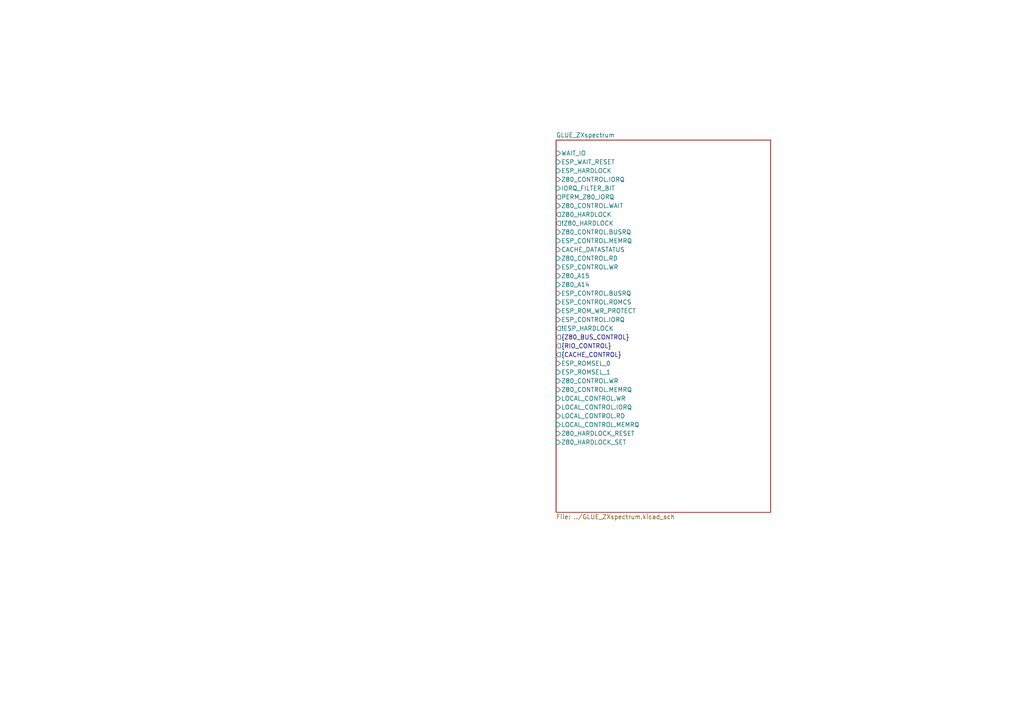
<source format=kicad_sch>
(kicad_sch (version 20230121) (generator eeschema)
  (paper "A4")
  (title_block (title "FujiNet Z80Bus reference design") (date "2023-05-13") (rev "0.1") (company "FujiNet"))
  (lib_symbols)
  (bus_alias "Z80_CONTROL" (members "Z80_CONTROL.RD" "Z80_CONTROL.WR" "Z80_CONTROL.IORQ" "Z80_CONTROL.MEMRQ" "Z80_CONTROL.BUSRQ" "Z80_CONTROL.WAIT" "Z80_CONTROL.ROMCS" "Z80_CONTROL.BUSACK" "Z80_CONTROL.NMI" "Z80_CONTROL.RESET"))
  (sheet (at 161.29 40.64) (size 62.23 107.95) (stroke (width 0.1524))
    (property "Sheetname" "GLUE_ZXspectrum" (at 161.29 39.9284 0) (effects (justify left bottom)))
    (property "Sheetfile" "../GLUE_ZXspectrum.kicad_sch" (at 161.29 149.1746 0) (effects (justify left top)))
    (pin "WAIT_IO" input (at 161.29 44.45 180))
    (pin "ESP_WAIT_RESET" input (at 161.29 46.99 180))
    (pin "ESP_HARDLOCK" input (at 161.29 49.53 180))
    (pin "Z80_CONTROL.IORQ" input (at 161.29 52.07 180))
    (pin "IORQ_FILTER_BIT" input (at 161.29 54.61 180))
    (pin "PERM_Z80_IORQ" output (at 161.29 57.15 180))
    (pin "Z80_CONTROL.WAIT" input (at 161.29 59.69 180))
    (pin "Z80_HARDLOCK" output (at 161.29 62.23 180))
    (pin "!Z80_HARDLOCK" output (at 161.29 64.77 180))
    (pin "Z80_CONTROL.BUSRQ" input (at 161.29 67.31 180))
    (pin "ESP_CONTROL.MEMRQ" input (at 161.29 69.85 180))
    (pin "CACHE_DATASTATUS" input (at 161.29 72.39 180))
    (pin "Z80_CONTROL.RD" input (at 161.29 74.93 180))
    (pin "ESP_CONTROL.WR" input (at 161.29 77.47 180))
    (pin "Z80_A15" input (at 161.29 80.01 180))
    (pin "Z80_A14" input (at 161.29 82.55 180))
    (pin "ESP_CONTROL.BUSRQ" input (at 161.29 85.09 180))
    (pin "ESP_CONTROL.ROMCS" input (at 161.29 87.63 180))
    (pin "ESP_ROM_WR_PROTECT" input (at 161.29 90.17 180))
    (pin "ESP_CONTROL.IORQ" input (at 161.29 92.71 180))
    (pin "!ESP_HARDLOCK" output (at 161.29 95.25 180))
    (pin "{Z80_BUS_CONTROL}" output (at 161.29 97.79 180))
    (pin "{RIO_CONTROL}" output (at 161.29 100.33 180))
    (pin "{CACHE_CONTROL}" output (at 161.29 102.87 180))
    (pin "ESP_ROMSEL_0" input (at 161.29 105.41 180))
    (pin "ESP_ROMSEL_1" input (at 161.29 107.95 180))
    (pin "Z80_CONTROL.WR" input (at 161.29 110.49 180))
    (pin "Z80_CONTROL.MEMRQ" input (at 161.29 113.03 180))
    (pin "LOCAL_CONTROL.WR" input (at 161.29 115.57 180))
    (pin "LOCAL_CONTROL.IORQ" input (at 161.29 118.11 180))
    (pin "LOCAL_CONTROL.RD" input (at 161.29 120.65 180))
    (pin "LOCAL_CONTROL.MEMRQ" input (at 161.29 123.19 180))
    (pin "Z80_HARDLOCK_RESET" input (at 161.29 125.73 180))
    (pin "Z80_HARDLOCK_SET" input (at 161.29 128.27 180))
  )
)
</source>
